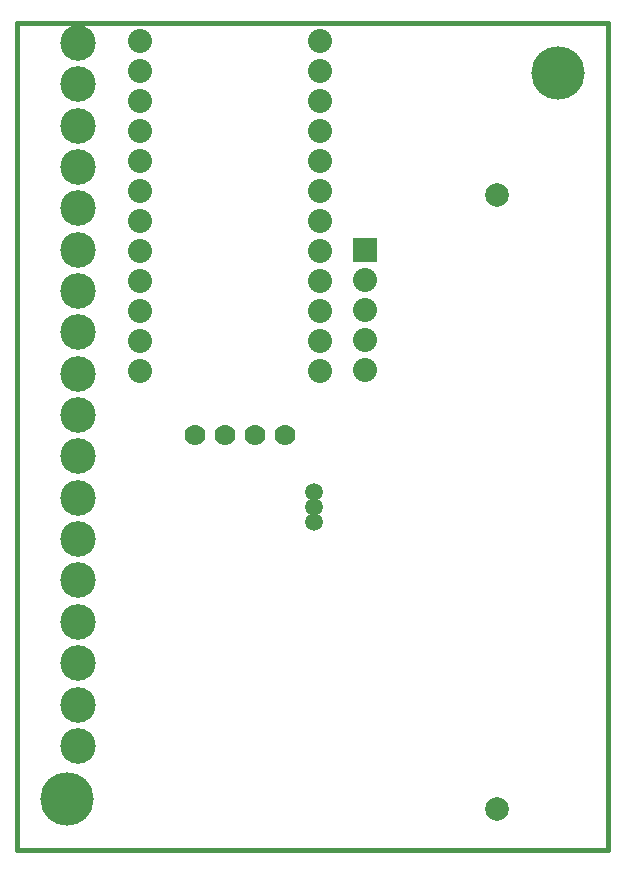
<source format=gbs>
G04 (created by PCBNEW-RS274X (2010-05-05 BZR 2356)-stable) date Mon 25 Jun 2012 11:20:18 AM CEST*
G01*
G70*
G90*
%MOIN*%
G04 Gerber Fmt 3.4, Leading zero omitted, Abs format*
%FSLAX34Y34*%
G04 APERTURE LIST*
%ADD10C,0.000400*%
%ADD11C,0.015000*%
%ADD12C,0.177500*%
%ADD13R,0.080000X0.080000*%
%ADD14C,0.080000*%
%ADD15C,0.059000*%
%ADD16C,0.070000*%
%ADD17C,0.118400*%
%ADD18C,0.079100*%
G04 APERTURE END LIST*
G54D10*
G54D11*
X74600Y-23250D02*
X74600Y-25250D01*
X94300Y-23250D02*
X74600Y-23250D01*
X94300Y-50825D02*
X94300Y-23250D01*
X92325Y-50825D02*
X94300Y-50825D01*
X74600Y-25225D02*
X74600Y-50825D01*
X74600Y-50825D02*
X92325Y-50825D01*
G54D12*
X92625Y-24925D03*
X76274Y-49125D03*
G54D13*
X86200Y-30840D03*
G54D14*
X86200Y-31840D03*
X86200Y-32840D03*
X86200Y-33840D03*
X86200Y-34840D03*
G54D15*
X84508Y-39390D03*
X84508Y-39890D03*
X84508Y-38890D03*
G54D14*
X78690Y-23850D03*
X78690Y-24850D03*
X78690Y-25850D03*
X78690Y-26850D03*
X78690Y-27850D03*
X78690Y-28850D03*
X78690Y-29850D03*
X78690Y-30850D03*
X78690Y-31850D03*
X78690Y-32850D03*
X78690Y-33850D03*
X78690Y-34850D03*
X84690Y-34850D03*
X84690Y-33850D03*
X84690Y-32850D03*
X84690Y-31850D03*
X84690Y-30850D03*
X84690Y-29850D03*
X84690Y-28850D03*
X84690Y-27850D03*
X84690Y-26850D03*
X84690Y-25850D03*
X84690Y-24850D03*
X84690Y-23850D03*
G54D16*
X83528Y-36983D03*
X82528Y-36983D03*
X81528Y-36983D03*
X80528Y-36983D03*
G54D17*
X76614Y-23937D03*
X76624Y-25308D03*
X76614Y-26693D03*
X76614Y-28071D03*
X76624Y-29442D03*
X76614Y-30827D03*
X76614Y-32205D03*
X76624Y-33576D03*
X76614Y-34961D03*
X76614Y-44606D03*
X76624Y-45977D03*
X76614Y-47362D03*
X76614Y-40472D03*
X76624Y-41843D03*
X76614Y-43228D03*
X76614Y-36339D03*
X76624Y-37710D03*
X76614Y-39095D03*
G54D18*
X90580Y-29004D03*
X90580Y-49476D03*
M02*

</source>
